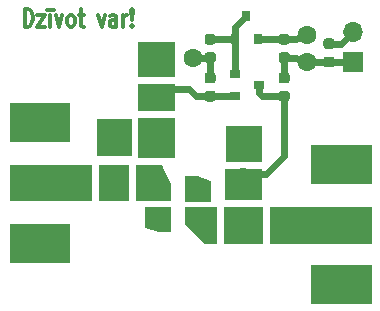
<source format=gbr>
%TF.GenerationSoftware,KiCad,Pcbnew,(5.1.8)-1*%
%TF.CreationDate,2020-12-30T02:41:06+02:00*%
%TF.ProjectId,LNA_434_MHz,4c4e415f-3433-4345-9f4d-487a2e6b6963,rev?*%
%TF.SameCoordinates,Original*%
%TF.FileFunction,Copper,L1,Top*%
%TF.FilePolarity,Positive*%
%FSLAX46Y46*%
G04 Gerber Fmt 4.6, Leading zero omitted, Abs format (unit mm)*
G04 Created by KiCad (PCBNEW (5.1.8)-1) date 2020-12-30 02:41:06*
%MOMM*%
%LPD*%
G01*
G04 APERTURE LIST*
%TA.AperFunction,NonConductor*%
%ADD10C,0.300000*%
%TD*%
%TA.AperFunction,SMDPad,CuDef*%
%ADD11R,5.080000X1.500000*%
%TD*%
%TA.AperFunction,ComponentPad*%
%ADD12R,1.700000X1.700000*%
%TD*%
%TA.AperFunction,ComponentPad*%
%ADD13O,1.700000X1.700000*%
%TD*%
%TA.AperFunction,SMDPad,CuDef*%
%ADD14R,0.650000X0.400000*%
%TD*%
%TA.AperFunction,SMDPad,CuDef*%
%ADD15R,0.800000X0.900000*%
%TD*%
%TA.AperFunction,SMDPad,CuDef*%
%ADD16R,0.900000X0.800000*%
%TD*%
%TA.AperFunction,ViaPad*%
%ADD17C,0.800000*%
%TD*%
%TA.AperFunction,ViaPad*%
%ADD18C,1.600000*%
%TD*%
%TA.AperFunction,Conductor*%
%ADD19C,0.600000*%
%TD*%
%TA.AperFunction,Conductor*%
%ADD20C,0.025400*%
%TD*%
%TA.AperFunction,Conductor*%
%ADD21C,0.100000*%
%TD*%
G04 APERTURE END LIST*
D10*
X103907142Y-119953571D02*
X103907142Y-118453571D01*
X104192857Y-118453571D01*
X104364285Y-118525000D01*
X104478571Y-118667857D01*
X104535714Y-118810714D01*
X104592857Y-119096428D01*
X104592857Y-119310714D01*
X104535714Y-119596428D01*
X104478571Y-119739285D01*
X104364285Y-119882142D01*
X104192857Y-119953571D01*
X103907142Y-119953571D01*
X104992857Y-118953571D02*
X105621428Y-118953571D01*
X104992857Y-119953571D01*
X105621428Y-119953571D01*
X106078571Y-119953571D02*
X106078571Y-118953571D01*
X105792857Y-118525000D02*
X106364285Y-118525000D01*
X106535714Y-118953571D02*
X106821428Y-119953571D01*
X107107142Y-118953571D01*
X107735714Y-119953571D02*
X107621428Y-119882142D01*
X107564285Y-119810714D01*
X107507142Y-119667857D01*
X107507142Y-119239285D01*
X107564285Y-119096428D01*
X107621428Y-119025000D01*
X107735714Y-118953571D01*
X107907142Y-118953571D01*
X108021428Y-119025000D01*
X108078571Y-119096428D01*
X108135714Y-119239285D01*
X108135714Y-119667857D01*
X108078571Y-119810714D01*
X108021428Y-119882142D01*
X107907142Y-119953571D01*
X107735714Y-119953571D01*
X108478571Y-118953571D02*
X108935714Y-118953571D01*
X108650000Y-118453571D02*
X108650000Y-119739285D01*
X108707142Y-119882142D01*
X108821428Y-119953571D01*
X108935714Y-119953571D01*
X110135714Y-118953571D02*
X110421428Y-119953571D01*
X110707142Y-118953571D01*
X111678571Y-119953571D02*
X111678571Y-119167857D01*
X111621428Y-119025000D01*
X111507142Y-118953571D01*
X111278571Y-118953571D01*
X111164285Y-119025000D01*
X111678571Y-119882142D02*
X111564285Y-119953571D01*
X111278571Y-119953571D01*
X111164285Y-119882142D01*
X111107142Y-119739285D01*
X111107142Y-119596428D01*
X111164285Y-119453571D01*
X111278571Y-119382142D01*
X111564285Y-119382142D01*
X111678571Y-119310714D01*
X112250000Y-119953571D02*
X112250000Y-118953571D01*
X112250000Y-119239285D02*
X112307142Y-119096428D01*
X112364285Y-119025000D01*
X112478571Y-118953571D01*
X112592857Y-118953571D01*
X112992857Y-119810714D02*
X113050000Y-119882142D01*
X112992857Y-119953571D01*
X112935714Y-119882142D01*
X112992857Y-119810714D01*
X112992857Y-119953571D01*
X112992857Y-119382142D02*
X112935714Y-118525000D01*
X112992857Y-118453571D01*
X113050000Y-118525000D01*
X112992857Y-119382142D01*
X112992857Y-118453571D01*
D11*
%TO.P,J3,1*%
%TO.N,Net-(C7-Pad2)*%
X130675000Y-136675000D03*
%TO.P,J3,2*%
%TO.N,GNDREF*%
X130675000Y-132425000D03*
X130675000Y-140925000D03*
%TD*%
%TO.P,L2,1*%
%TO.N,Net-(L1-Pad2)*%
%TA.AperFunction,SMDPad,CuDef*%
G36*
G01*
X115300000Y-132555000D02*
X114800000Y-132555000D01*
G75*
G02*
X114575000Y-132330000I0J225000D01*
G01*
X114575000Y-131880000D01*
G75*
G02*
X114800000Y-131655000I225000J0D01*
G01*
X115300000Y-131655000D01*
G75*
G02*
X115525000Y-131880000I0J-225000D01*
G01*
X115525000Y-132330000D01*
G75*
G02*
X115300000Y-132555000I-225000J0D01*
G01*
G37*
%TD.AperFunction*%
%TO.P,L2,2*%
%TO.N,Net-(C4-Pad1)*%
%TA.AperFunction,SMDPad,CuDef*%
G36*
G01*
X115300000Y-131005000D02*
X114800000Y-131005000D01*
G75*
G02*
X114575000Y-130780000I0J225000D01*
G01*
X114575000Y-130330000D01*
G75*
G02*
X114800000Y-130105000I225000J0D01*
G01*
X115300000Y-130105000D01*
G75*
G02*
X115525000Y-130330000I0J-225000D01*
G01*
X115525000Y-130780000D01*
G75*
G02*
X115300000Y-131005000I-225000J0D01*
G01*
G37*
%TD.AperFunction*%
%TD*%
%TO.P,C1,2*%
%TO.N,Net-(C1-Pad2)*%
%TA.AperFunction,SMDPad,CuDef*%
G36*
G01*
X110175000Y-133410000D02*
X110175000Y-132910000D01*
G75*
G02*
X110400000Y-132685000I225000J0D01*
G01*
X110850000Y-132685000D01*
G75*
G02*
X111075000Y-132910000I0J-225000D01*
G01*
X111075000Y-133410000D01*
G75*
G02*
X110850000Y-133635000I-225000J0D01*
G01*
X110400000Y-133635000D01*
G75*
G02*
X110175000Y-133410000I0J225000D01*
G01*
G37*
%TD.AperFunction*%
%TO.P,C1,1*%
%TO.N,Net-(C1-Pad1)*%
%TA.AperFunction,SMDPad,CuDef*%
G36*
G01*
X108625000Y-133410000D02*
X108625000Y-132910000D01*
G75*
G02*
X108850000Y-132685000I225000J0D01*
G01*
X109300000Y-132685000D01*
G75*
G02*
X109525000Y-132910000I0J-225000D01*
G01*
X109525000Y-133410000D01*
G75*
G02*
X109300000Y-133635000I-225000J0D01*
G01*
X108850000Y-133635000D01*
G75*
G02*
X108625000Y-133410000I0J225000D01*
G01*
G37*
%TD.AperFunction*%
%TD*%
%TO.P,C2,1*%
%TO.N,GNDREF*%
%TA.AperFunction,SMDPad,CuDef*%
G36*
G01*
X113775000Y-123250000D02*
X114275000Y-123250000D01*
G75*
G02*
X114500000Y-123475000I0J-225000D01*
G01*
X114500000Y-123925000D01*
G75*
G02*
X114275000Y-124150000I-225000J0D01*
G01*
X113775000Y-124150000D01*
G75*
G02*
X113550000Y-123925000I0J225000D01*
G01*
X113550000Y-123475000D01*
G75*
G02*
X113775000Y-123250000I225000J0D01*
G01*
G37*
%TD.AperFunction*%
%TO.P,C2,2*%
%TO.N,Net-(C2-Pad2)*%
%TA.AperFunction,SMDPad,CuDef*%
G36*
G01*
X113775000Y-124800000D02*
X114275000Y-124800000D01*
G75*
G02*
X114500000Y-125025000I0J-225000D01*
G01*
X114500000Y-125475000D01*
G75*
G02*
X114275000Y-125700000I-225000J0D01*
G01*
X113775000Y-125700000D01*
G75*
G02*
X113550000Y-125475000I0J225000D01*
G01*
X113550000Y-125025000D01*
G75*
G02*
X113775000Y-124800000I225000J0D01*
G01*
G37*
%TD.AperFunction*%
%TD*%
%TO.P,C3,1*%
%TO.N,Net-(C2-Pad2)*%
%TA.AperFunction,SMDPad,CuDef*%
G36*
G01*
X116300000Y-125700000D02*
X115800000Y-125700000D01*
G75*
G02*
X115575000Y-125475000I0J225000D01*
G01*
X115575000Y-125025000D01*
G75*
G02*
X115800000Y-124800000I225000J0D01*
G01*
X116300000Y-124800000D01*
G75*
G02*
X116525000Y-125025000I0J-225000D01*
G01*
X116525000Y-125475000D01*
G75*
G02*
X116300000Y-125700000I-225000J0D01*
G01*
G37*
%TD.AperFunction*%
%TO.P,C3,2*%
%TO.N,GNDREF*%
%TA.AperFunction,SMDPad,CuDef*%
G36*
G01*
X116300000Y-124150000D02*
X115800000Y-124150000D01*
G75*
G02*
X115575000Y-123925000I0J225000D01*
G01*
X115575000Y-123475000D01*
G75*
G02*
X115800000Y-123250000I225000J0D01*
G01*
X116300000Y-123250000D01*
G75*
G02*
X116525000Y-123475000I0J-225000D01*
G01*
X116525000Y-123925000D01*
G75*
G02*
X116300000Y-124150000I-225000J0D01*
G01*
G37*
%TD.AperFunction*%
%TD*%
%TO.P,C4,2*%
%TO.N,GNDREF*%
%TA.AperFunction,SMDPad,CuDef*%
G36*
G01*
X112875000Y-129075000D02*
X112875000Y-129575000D01*
G75*
G02*
X112650000Y-129800000I-225000J0D01*
G01*
X112200000Y-129800000D01*
G75*
G02*
X111975000Y-129575000I0J225000D01*
G01*
X111975000Y-129075000D01*
G75*
G02*
X112200000Y-128850000I225000J0D01*
G01*
X112650000Y-128850000D01*
G75*
G02*
X112875000Y-129075000I0J-225000D01*
G01*
G37*
%TD.AperFunction*%
%TO.P,C4,1*%
%TO.N,Net-(C4-Pad1)*%
%TA.AperFunction,SMDPad,CuDef*%
G36*
G01*
X114425000Y-129075000D02*
X114425000Y-129575000D01*
G75*
G02*
X114200000Y-129800000I-225000J0D01*
G01*
X113750000Y-129800000D01*
G75*
G02*
X113525000Y-129575000I0J225000D01*
G01*
X113525000Y-129075000D01*
G75*
G02*
X113750000Y-128850000I225000J0D01*
G01*
X114200000Y-128850000D01*
G75*
G02*
X114425000Y-129075000I0J-225000D01*
G01*
G37*
%TD.AperFunction*%
%TD*%
%TO.P,C5,2*%
%TO.N,GNDREF*%
%TA.AperFunction,SMDPad,CuDef*%
G36*
G01*
X129930000Y-121845000D02*
X129430000Y-121845000D01*
G75*
G02*
X129205000Y-121620000I0J225000D01*
G01*
X129205000Y-121170000D01*
G75*
G02*
X129430000Y-120945000I225000J0D01*
G01*
X129930000Y-120945000D01*
G75*
G02*
X130155000Y-121170000I0J-225000D01*
G01*
X130155000Y-121620000D01*
G75*
G02*
X129930000Y-121845000I-225000J0D01*
G01*
G37*
%TD.AperFunction*%
%TO.P,C5,1*%
%TO.N,Net-(C5-Pad1)*%
%TA.AperFunction,SMDPad,CuDef*%
G36*
G01*
X129930000Y-123395000D02*
X129430000Y-123395000D01*
G75*
G02*
X129205000Y-123170000I0J225000D01*
G01*
X129205000Y-122720000D01*
G75*
G02*
X129430000Y-122495000I225000J0D01*
G01*
X129930000Y-122495000D01*
G75*
G02*
X130155000Y-122720000I0J-225000D01*
G01*
X130155000Y-123170000D01*
G75*
G02*
X129930000Y-123395000I-225000J0D01*
G01*
G37*
%TD.AperFunction*%
%TD*%
%TO.P,C6,1*%
%TO.N,Net-(C6-Pad1)*%
%TA.AperFunction,SMDPad,CuDef*%
G36*
G01*
X122650000Y-132850000D02*
X122150000Y-132850000D01*
G75*
G02*
X121925000Y-132625000I0J225000D01*
G01*
X121925000Y-132175000D01*
G75*
G02*
X122150000Y-131950000I225000J0D01*
G01*
X122650000Y-131950000D01*
G75*
G02*
X122875000Y-132175000I0J-225000D01*
G01*
X122875000Y-132625000D01*
G75*
G02*
X122650000Y-132850000I-225000J0D01*
G01*
G37*
%TD.AperFunction*%
%TO.P,C6,2*%
%TO.N,GNDREF*%
%TA.AperFunction,SMDPad,CuDef*%
G36*
G01*
X122650000Y-131300000D02*
X122150000Y-131300000D01*
G75*
G02*
X121925000Y-131075000I0J225000D01*
G01*
X121925000Y-130625000D01*
G75*
G02*
X122150000Y-130400000I225000J0D01*
G01*
X122650000Y-130400000D01*
G75*
G02*
X122875000Y-130625000I0J-225000D01*
G01*
X122875000Y-131075000D01*
G75*
G02*
X122650000Y-131300000I-225000J0D01*
G01*
G37*
%TD.AperFunction*%
%TD*%
%TO.P,C7,2*%
%TO.N,Net-(C7-Pad2)*%
%TA.AperFunction,SMDPad,CuDef*%
G36*
G01*
X124675000Y-136975000D02*
X124675000Y-136475000D01*
G75*
G02*
X124900000Y-136250000I225000J0D01*
G01*
X125350000Y-136250000D01*
G75*
G02*
X125575000Y-136475000I0J-225000D01*
G01*
X125575000Y-136975000D01*
G75*
G02*
X125350000Y-137200000I-225000J0D01*
G01*
X124900000Y-137200000D01*
G75*
G02*
X124675000Y-136975000I0J225000D01*
G01*
G37*
%TD.AperFunction*%
%TO.P,C7,1*%
%TO.N,Net-(C7-Pad1)*%
%TA.AperFunction,SMDPad,CuDef*%
G36*
G01*
X123125000Y-136975000D02*
X123125000Y-136475000D01*
G75*
G02*
X123350000Y-136250000I225000J0D01*
G01*
X123800000Y-136250000D01*
G75*
G02*
X124025000Y-136475000I0J-225000D01*
G01*
X124025000Y-136975000D01*
G75*
G02*
X123800000Y-137200000I-225000J0D01*
G01*
X123350000Y-137200000D01*
G75*
G02*
X123125000Y-136975000I0J225000D01*
G01*
G37*
%TD.AperFunction*%
%TD*%
%TO.P,J1,2*%
%TO.N,GNDREF*%
X105170000Y-128920000D03*
X105170000Y-137420000D03*
%TO.P,J1,1*%
%TO.N,Net-(C1-Pad1)*%
X105170000Y-133170000D03*
%TD*%
D12*
%TO.P,J2,1*%
%TO.N,Net-(C5-Pad1)*%
X131670000Y-122950000D03*
D13*
%TO.P,J2,2*%
%TO.N,GNDREF*%
X131670000Y-120410000D03*
%TD*%
%TO.P,L1,2*%
%TO.N,Net-(L1-Pad2)*%
%TA.AperFunction,SMDPad,CuDef*%
G36*
G01*
X113325000Y-133410000D02*
X113325000Y-132910000D01*
G75*
G02*
X113550000Y-132685000I225000J0D01*
G01*
X114000000Y-132685000D01*
G75*
G02*
X114225000Y-132910000I0J-225000D01*
G01*
X114225000Y-133410000D01*
G75*
G02*
X114000000Y-133635000I-225000J0D01*
G01*
X113550000Y-133635000D01*
G75*
G02*
X113325000Y-133410000I0J225000D01*
G01*
G37*
%TD.AperFunction*%
%TO.P,L1,1*%
%TO.N,Net-(C1-Pad2)*%
%TA.AperFunction,SMDPad,CuDef*%
G36*
G01*
X111775000Y-133410000D02*
X111775000Y-132910000D01*
G75*
G02*
X112000000Y-132685000I225000J0D01*
G01*
X112450000Y-132685000D01*
G75*
G02*
X112675000Y-132910000I0J-225000D01*
G01*
X112675000Y-133410000D01*
G75*
G02*
X112450000Y-133635000I-225000J0D01*
G01*
X112000000Y-133635000D01*
G75*
G02*
X111775000Y-133410000I0J225000D01*
G01*
G37*
%TD.AperFunction*%
%TD*%
%TO.P,L3,2*%
%TO.N,Net-(C7-Pad1)*%
%TA.AperFunction,SMDPad,CuDef*%
G36*
G01*
X122150000Y-135200000D02*
X122650000Y-135200000D01*
G75*
G02*
X122875000Y-135425000I0J-225000D01*
G01*
X122875000Y-135875000D01*
G75*
G02*
X122650000Y-136100000I-225000J0D01*
G01*
X122150000Y-136100000D01*
G75*
G02*
X121925000Y-135875000I0J225000D01*
G01*
X121925000Y-135425000D01*
G75*
G02*
X122150000Y-135200000I225000J0D01*
G01*
G37*
%TD.AperFunction*%
%TO.P,L3,1*%
%TO.N,Net-(C6-Pad1)*%
%TA.AperFunction,SMDPad,CuDef*%
G36*
G01*
X122150000Y-133650000D02*
X122650000Y-133650000D01*
G75*
G02*
X122875000Y-133875000I0J-225000D01*
G01*
X122875000Y-134325000D01*
G75*
G02*
X122650000Y-134550000I-225000J0D01*
G01*
X122150000Y-134550000D01*
G75*
G02*
X121925000Y-134325000I0J225000D01*
G01*
X121925000Y-133875000D01*
G75*
G02*
X122150000Y-133650000I225000J0D01*
G01*
G37*
%TD.AperFunction*%
%TD*%
D14*
%TO.P,Q3,1*%
%TO.N,Net-(Q3-Pad1)*%
X117800000Y-135600000D03*
%TO.P,Q3,2*%
%TO.N,GNDREF*%
X117800000Y-134300000D03*
%TO.P,Q3,3*%
%TO.N,Net-(L1-Pad2)*%
X115900000Y-134300000D03*
%TO.P,Q3,4*%
%TO.N,GNDREF*%
X115900000Y-135600000D03*
%TD*%
%TO.P,R1,2*%
%TO.N,Net-(Q1-Pad1)*%
%TA.AperFunction,SMDPad,CuDef*%
G36*
G01*
X119865000Y-121470000D02*
X119365000Y-121470000D01*
G75*
G02*
X119140000Y-121245000I0J225000D01*
G01*
X119140000Y-120795000D01*
G75*
G02*
X119365000Y-120570000I225000J0D01*
G01*
X119865000Y-120570000D01*
G75*
G02*
X120090000Y-120795000I0J-225000D01*
G01*
X120090000Y-121245000D01*
G75*
G02*
X119865000Y-121470000I-225000J0D01*
G01*
G37*
%TD.AperFunction*%
%TO.P,R1,1*%
%TO.N,GNDREF*%
%TA.AperFunction,SMDPad,CuDef*%
G36*
G01*
X119865000Y-123020000D02*
X119365000Y-123020000D01*
G75*
G02*
X119140000Y-122795000I0J225000D01*
G01*
X119140000Y-122345000D01*
G75*
G02*
X119365000Y-122120000I225000J0D01*
G01*
X119865000Y-122120000D01*
G75*
G02*
X120090000Y-122345000I0J-225000D01*
G01*
X120090000Y-122795000D01*
G75*
G02*
X119865000Y-123020000I-225000J0D01*
G01*
G37*
%TD.AperFunction*%
%TD*%
%TO.P,R2,1*%
%TO.N,GNDREF*%
%TA.AperFunction,SMDPad,CuDef*%
G36*
G01*
X119365000Y-123845000D02*
X119865000Y-123845000D01*
G75*
G02*
X120090000Y-124070000I0J-225000D01*
G01*
X120090000Y-124520000D01*
G75*
G02*
X119865000Y-124745000I-225000J0D01*
G01*
X119365000Y-124745000D01*
G75*
G02*
X119140000Y-124520000I0J225000D01*
G01*
X119140000Y-124070000D01*
G75*
G02*
X119365000Y-123845000I225000J0D01*
G01*
G37*
%TD.AperFunction*%
%TO.P,R2,2*%
%TO.N,Net-(C2-Pad2)*%
%TA.AperFunction,SMDPad,CuDef*%
G36*
G01*
X119365000Y-125395000D02*
X119865000Y-125395000D01*
G75*
G02*
X120090000Y-125620000I0J-225000D01*
G01*
X120090000Y-126070000D01*
G75*
G02*
X119865000Y-126295000I-225000J0D01*
G01*
X119365000Y-126295000D01*
G75*
G02*
X119140000Y-126070000I0J225000D01*
G01*
X119140000Y-125620000D01*
G75*
G02*
X119365000Y-125395000I225000J0D01*
G01*
G37*
%TD.AperFunction*%
%TD*%
%TO.P,R3,2*%
%TO.N,Net-(C4-Pad1)*%
%TA.AperFunction,SMDPad,CuDef*%
G36*
G01*
X114790000Y-127650000D02*
X115290000Y-127650000D01*
G75*
G02*
X115515000Y-127875000I0J-225000D01*
G01*
X115515000Y-128325000D01*
G75*
G02*
X115290000Y-128550000I-225000J0D01*
G01*
X114790000Y-128550000D01*
G75*
G02*
X114565000Y-128325000I0J225000D01*
G01*
X114565000Y-127875000D01*
G75*
G02*
X114790000Y-127650000I225000J0D01*
G01*
G37*
%TD.AperFunction*%
%TO.P,R3,1*%
%TO.N,Net-(C2-Pad2)*%
%TA.AperFunction,SMDPad,CuDef*%
G36*
G01*
X114790000Y-126100000D02*
X115290000Y-126100000D01*
G75*
G02*
X115515000Y-126325000I0J-225000D01*
G01*
X115515000Y-126775000D01*
G75*
G02*
X115290000Y-127000000I-225000J0D01*
G01*
X114790000Y-127000000D01*
G75*
G02*
X114565000Y-126775000I0J225000D01*
G01*
X114565000Y-126325000D01*
G75*
G02*
X114790000Y-126100000I225000J0D01*
G01*
G37*
%TD.AperFunction*%
%TD*%
%TO.P,R4,2*%
%TO.N,Net-(C5-Pad1)*%
%TA.AperFunction,SMDPad,CuDef*%
G36*
G01*
X125625000Y-122120000D02*
X126125000Y-122120000D01*
G75*
G02*
X126350000Y-122345000I0J-225000D01*
G01*
X126350000Y-122795000D01*
G75*
G02*
X126125000Y-123020000I-225000J0D01*
G01*
X125625000Y-123020000D01*
G75*
G02*
X125400000Y-122795000I0J225000D01*
G01*
X125400000Y-122345000D01*
G75*
G02*
X125625000Y-122120000I225000J0D01*
G01*
G37*
%TD.AperFunction*%
%TO.P,R4,1*%
%TO.N,Net-(Q1-Pad2)*%
%TA.AperFunction,SMDPad,CuDef*%
G36*
G01*
X125625000Y-120570000D02*
X126125000Y-120570000D01*
G75*
G02*
X126350000Y-120795000I0J-225000D01*
G01*
X126350000Y-121245000D01*
G75*
G02*
X126125000Y-121470000I-225000J0D01*
G01*
X125625000Y-121470000D01*
G75*
G02*
X125400000Y-121245000I0J225000D01*
G01*
X125400000Y-120795000D01*
G75*
G02*
X125625000Y-120570000I225000J0D01*
G01*
G37*
%TD.AperFunction*%
%TD*%
%TO.P,R5,1*%
%TO.N,Net-(Q3-Pad1)*%
%TA.AperFunction,SMDPad,CuDef*%
G36*
G01*
X119225000Y-136975000D02*
X119225000Y-136475000D01*
G75*
G02*
X119450000Y-136250000I225000J0D01*
G01*
X119900000Y-136250000D01*
G75*
G02*
X120125000Y-136475000I0J-225000D01*
G01*
X120125000Y-136975000D01*
G75*
G02*
X119900000Y-137200000I-225000J0D01*
G01*
X119450000Y-137200000D01*
G75*
G02*
X119225000Y-136975000I0J225000D01*
G01*
G37*
%TD.AperFunction*%
%TO.P,R5,2*%
%TO.N,Net-(C7-Pad1)*%
%TA.AperFunction,SMDPad,CuDef*%
G36*
G01*
X120775000Y-136975000D02*
X120775000Y-136475000D01*
G75*
G02*
X121000000Y-136250000I225000J0D01*
G01*
X121450000Y-136250000D01*
G75*
G02*
X121675000Y-136475000I0J-225000D01*
G01*
X121675000Y-136975000D01*
G75*
G02*
X121450000Y-137200000I-225000J0D01*
G01*
X121000000Y-137200000D01*
G75*
G02*
X120775000Y-136975000I0J225000D01*
G01*
G37*
%TD.AperFunction*%
%TD*%
%TO.P,R6,1*%
%TO.N,Net-(C5-Pad1)*%
%TA.AperFunction,SMDPad,CuDef*%
G36*
G01*
X125625000Y-123845000D02*
X126125000Y-123845000D01*
G75*
G02*
X126350000Y-124070000I0J-225000D01*
G01*
X126350000Y-124520000D01*
G75*
G02*
X126125000Y-124745000I-225000J0D01*
G01*
X125625000Y-124745000D01*
G75*
G02*
X125400000Y-124520000I0J225000D01*
G01*
X125400000Y-124070000D01*
G75*
G02*
X125625000Y-123845000I225000J0D01*
G01*
G37*
%TD.AperFunction*%
%TO.P,R6,2*%
%TO.N,Net-(C6-Pad1)*%
%TA.AperFunction,SMDPad,CuDef*%
G36*
G01*
X125625000Y-125395000D02*
X126125000Y-125395000D01*
G75*
G02*
X126350000Y-125620000I0J-225000D01*
G01*
X126350000Y-126070000D01*
G75*
G02*
X126125000Y-126295000I-225000J0D01*
G01*
X125625000Y-126295000D01*
G75*
G02*
X125400000Y-126070000I0J225000D01*
G01*
X125400000Y-125620000D01*
G75*
G02*
X125625000Y-125395000I225000J0D01*
G01*
G37*
%TD.AperFunction*%
%TD*%
D15*
%TO.P,Q1,3*%
%TO.N,Net-(Q1-Pad1)*%
X122690000Y-119020000D03*
%TO.P,Q1,2*%
%TO.N,Net-(Q1-Pad2)*%
X123640000Y-121020000D03*
%TO.P,Q1,1*%
%TO.N,Net-(Q1-Pad1)*%
X121740000Y-121020000D03*
%TD*%
D16*
%TO.P,Q2,1*%
%TO.N,Net-(Q1-Pad1)*%
X121740000Y-123940000D03*
%TO.P,Q2,2*%
%TO.N,Net-(C2-Pad2)*%
X121740000Y-125840000D03*
%TO.P,Q2,3*%
%TO.N,Net-(C6-Pad1)*%
X123740000Y-124890000D03*
%TD*%
D17*
%TO.N,GNDREF*%
X114690000Y-135750000D03*
X115690000Y-136700000D03*
X118000000Y-133200000D03*
X103670000Y-139010000D03*
X106620000Y-139010000D03*
X103630000Y-127320000D03*
X106580000Y-127320000D03*
X132050000Y-142550000D03*
X132050000Y-130820000D03*
X129100000Y-142550000D03*
D18*
X118200000Y-122570000D03*
D17*
X129100000Y-130800000D03*
X111100000Y-128525000D03*
X116050000Y-122400000D03*
X123200000Y-129500000D03*
X119000000Y-134150000D03*
X121625000Y-129500000D03*
X111100000Y-130125000D03*
X114025000Y-122375000D03*
X105125000Y-127325000D03*
X105150000Y-139025000D03*
X130625000Y-142550000D03*
X130600000Y-130825000D03*
D18*
%TO.N,Net-(C5-Pad1)*%
X127775000Y-122945000D03*
%TO.N,Net-(Q1-Pad2)*%
X127775000Y-120670000D03*
%TD*%
D19*
%TO.N,GNDREF*%
X119615000Y-124295000D02*
X119615000Y-122570000D01*
X130685000Y-121395000D02*
X131670000Y-120410000D01*
X129680000Y-121395000D02*
X130685000Y-121395000D01*
X118200000Y-122570000D02*
X119615000Y-122570000D01*
%TO.N,Net-(C2-Pad2)*%
X119620000Y-125840000D02*
X119615000Y-125845000D01*
X121740000Y-125840000D02*
X119620000Y-125840000D01*
X117800000Y-125250000D02*
X116050000Y-125250000D01*
X118395000Y-125845000D02*
X117800000Y-125250000D01*
X119615000Y-125845000D02*
X118395000Y-125845000D01*
%TO.N,Net-(C5-Pad1)*%
X125875000Y-124295000D02*
X125875000Y-122570000D01*
X126875000Y-122570000D02*
X127775000Y-122945000D01*
X125875000Y-122570000D02*
X126875000Y-122570000D01*
X129685000Y-122950000D02*
X129680000Y-122945000D01*
X131670000Y-122950000D02*
X129685000Y-122950000D01*
X129680000Y-122945000D02*
X127775000Y-122945000D01*
%TO.N,Net-(C6-Pad1)*%
X123740000Y-124890000D02*
X123740000Y-125610000D01*
X123975000Y-125845000D02*
X125875000Y-125845000D01*
X123740000Y-125610000D02*
X123975000Y-125845000D01*
X125870000Y-125850000D02*
X125875000Y-125845000D01*
X125880000Y-125850000D02*
X125875000Y-125845000D01*
X122400000Y-132400000D02*
X124350000Y-132400000D01*
X125875000Y-130875000D02*
X125875000Y-125845000D01*
X124350000Y-132400000D02*
X125875000Y-130875000D01*
%TO.N,Net-(Q1-Pad1)*%
X121740000Y-121020000D02*
X119615000Y-121020000D01*
X121740000Y-119970000D02*
X122690000Y-119020000D01*
X121740000Y-121020000D02*
X121740000Y-119970000D01*
X121740000Y-123940000D02*
X121740000Y-121020000D01*
%TO.N,Net-(Q1-Pad2)*%
X126875000Y-121020000D02*
X127775000Y-120670000D01*
X125875000Y-121020000D02*
X126875000Y-121020000D01*
X123640000Y-121020000D02*
X125875000Y-121020000D01*
%TD*%
D20*
%TO.N,Net-(C7-Pad2)*%
X133212300Y-138237300D02*
X124687700Y-138237300D01*
X124687700Y-135212700D01*
X133212300Y-135212700D01*
X133212300Y-138237300D01*
%TA.AperFunction,Conductor*%
D21*
G36*
X133212300Y-138237300D02*
G01*
X124687700Y-138237300D01*
X124687700Y-135212700D01*
X133212300Y-135212700D01*
X133212300Y-138237300D01*
G37*
%TD.AperFunction*%
%TD*%
D20*
%TO.N,Net-(C7-Pad1)*%
X124012300Y-138237300D02*
X120787700Y-138237300D01*
X120787700Y-135212700D01*
X124012300Y-135212700D01*
X124012300Y-138237300D01*
%TA.AperFunction,Conductor*%
D21*
G36*
X124012300Y-138237300D02*
G01*
X120787700Y-138237300D01*
X120787700Y-135212700D01*
X124012300Y-135212700D01*
X124012300Y-138237300D01*
G37*
%TD.AperFunction*%
%TD*%
D20*
%TO.N,Net-(C1-Pad1)*%
X109517300Y-134657300D02*
X102637700Y-134657300D01*
X102637700Y-131662700D01*
X109517300Y-131662700D01*
X109517300Y-134657300D01*
%TA.AperFunction,Conductor*%
D21*
G36*
X109517300Y-134657300D02*
G01*
X102637700Y-134657300D01*
X102637700Y-131662700D01*
X109517300Y-131662700D01*
X109517300Y-134657300D01*
G37*
%TD.AperFunction*%
%TD*%
D20*
%TO.N,Net-(C1-Pad2)*%
X112662300Y-134657300D02*
X110187700Y-134657300D01*
X110187700Y-131662700D01*
X112662300Y-131662700D01*
X112662300Y-134657300D01*
%TA.AperFunction,Conductor*%
D21*
G36*
X112662300Y-134657300D02*
G01*
X110187700Y-134657300D01*
X110187700Y-131662700D01*
X112662300Y-131662700D01*
X112662300Y-134657300D01*
G37*
%TD.AperFunction*%
%TD*%
D20*
%TO.N,Net-(Q3-Pad1)*%
X120112300Y-138237300D02*
X119105260Y-138237300D01*
X117487700Y-136619740D01*
X117487700Y-135237700D01*
X120112300Y-135237700D01*
X120112300Y-138237300D01*
%TA.AperFunction,Conductor*%
D21*
G36*
X120112300Y-138237300D02*
G01*
X119105260Y-138237300D01*
X117487700Y-136619740D01*
X117487700Y-135237700D01*
X120112300Y-135237700D01*
X120112300Y-138237300D01*
G37*
%TD.AperFunction*%
%TD*%
D20*
%TO.N,Net-(L1-Pad2)*%
X115442004Y-131662681D02*
X116215878Y-133272894D01*
X116215878Y-134657300D01*
X113337700Y-134657300D01*
X113337700Y-131657730D01*
X115442004Y-131662681D01*
%TA.AperFunction,Conductor*%
D21*
G36*
X115442004Y-131662681D02*
G01*
X116215878Y-133272894D01*
X116215878Y-134657300D01*
X113337700Y-134657300D01*
X113337700Y-131657730D01*
X115442004Y-131662681D01*
G37*
%TD.AperFunction*%
%TD*%
D20*
%TO.N,Net-(C4-Pad1)*%
X116532636Y-130987300D02*
X113538036Y-130987300D01*
X113538036Y-127662700D01*
X116532636Y-127662700D01*
X116532636Y-130987300D01*
%TA.AperFunction,Conductor*%
D21*
G36*
X116532636Y-130987300D02*
G01*
X113538036Y-130987300D01*
X113538036Y-127662700D01*
X116532636Y-127662700D01*
X116532636Y-130987300D01*
G37*
%TD.AperFunction*%
%TD*%
D20*
%TO.N,GNDREF*%
X112875774Y-130807300D02*
X110051174Y-130807300D01*
X110051174Y-127812700D01*
X112875774Y-127812700D01*
X112875774Y-130807300D01*
%TA.AperFunction,Conductor*%
D21*
G36*
X112875774Y-130807300D02*
G01*
X110051174Y-130807300D01*
X110051174Y-127812700D01*
X112875774Y-127812700D01*
X112875774Y-130807300D01*
G37*
%TD.AperFunction*%
%TD*%
D20*
%TO.N,Net-(C2-Pad2)*%
X116537300Y-127001551D02*
X113542700Y-127001551D01*
X113542700Y-124812700D01*
X116537300Y-124812700D01*
X116537300Y-127001551D01*
%TA.AperFunction,Conductor*%
D21*
G36*
X116537300Y-127001551D02*
G01*
X113542700Y-127001551D01*
X113542700Y-124812700D01*
X116537300Y-124812700D01*
X116537300Y-127001551D01*
G37*
%TD.AperFunction*%
%TD*%
D20*
%TO.N,GNDREF*%
X116511094Y-124135009D02*
X113516494Y-124135009D01*
X113516494Y-121212700D01*
X116511094Y-121212700D01*
X116511094Y-124135009D01*
%TA.AperFunction,Conductor*%
D21*
G36*
X116511094Y-124135009D02*
G01*
X113516494Y-124135009D01*
X113516494Y-121212700D01*
X116511094Y-121212700D01*
X116511094Y-124135009D01*
G37*
%TD.AperFunction*%
%TD*%
D20*
%TO.N,GNDREF*%
X119587300Y-132986568D02*
X119587300Y-134689785D01*
X117487700Y-134687315D01*
X117487700Y-132612700D01*
X118497883Y-132612700D01*
X119587300Y-132986568D01*
%TA.AperFunction,Conductor*%
D21*
G36*
X119587300Y-132986568D02*
G01*
X119587300Y-134689785D01*
X117487700Y-134687315D01*
X117487700Y-132612700D01*
X118497883Y-132612700D01*
X119587300Y-132986568D01*
G37*
%TD.AperFunction*%
%TD*%
D20*
%TO.N,Net-(C6-Pad1)*%
X123889699Y-134562300D02*
X120895099Y-134562300D01*
X120896468Y-131964991D01*
X123891068Y-131964991D01*
X123889699Y-134562300D01*
%TA.AperFunction,Conductor*%
D21*
G36*
X123889699Y-134562300D02*
G01*
X120895099Y-134562300D01*
X120896468Y-131964991D01*
X123891068Y-131964991D01*
X123889699Y-134562300D01*
G37*
%TD.AperFunction*%
%TD*%
D20*
%TO.N,GNDREF*%
X123907300Y-131298959D02*
X120912700Y-131298959D01*
X120912700Y-128376650D01*
X123907300Y-128376650D01*
X123907300Y-131298959D01*
%TA.AperFunction,Conductor*%
D21*
G36*
X123907300Y-131298959D02*
G01*
X120912700Y-131298959D01*
X120912700Y-128376650D01*
X123907300Y-128376650D01*
X123907300Y-131298959D01*
G37*
%TD.AperFunction*%
%TD*%
D20*
%TO.N,GNDREF*%
X107692757Y-139887300D02*
X102637700Y-139887300D01*
X102637700Y-136667700D01*
X107687321Y-136667700D01*
X107692757Y-139887300D01*
%TA.AperFunction,Conductor*%
D21*
G36*
X107692757Y-139887300D02*
G01*
X102637700Y-139887300D01*
X102637700Y-136667700D01*
X107687321Y-136667700D01*
X107692757Y-139887300D01*
G37*
%TD.AperFunction*%
%TD*%
D20*
%TO.N,GNDREF*%
X107693528Y-129657300D02*
X102637700Y-129657300D01*
X102637700Y-126422700D01*
X107701073Y-126422700D01*
X107693528Y-129657300D01*
%TA.AperFunction,Conductor*%
D21*
G36*
X107693528Y-129657300D02*
G01*
X102637700Y-129657300D01*
X102637700Y-126422700D01*
X107701073Y-126422700D01*
X107693528Y-129657300D01*
G37*
%TD.AperFunction*%
%TD*%
D20*
%TO.N,GNDREF*%
X133204583Y-140170194D02*
X133210018Y-143349794D01*
X128135418Y-143347306D01*
X128129983Y-140167706D01*
X133204583Y-140170194D01*
%TA.AperFunction,Conductor*%
D21*
G36*
X133204583Y-140170194D02*
G01*
X133210018Y-143349794D01*
X128135418Y-143347306D01*
X128129983Y-140167706D01*
X133204583Y-140170194D01*
G37*
%TD.AperFunction*%
%TD*%
D20*
%TO.N,GNDREF*%
X133212301Y-130134538D02*
X133205203Y-133177300D01*
X128128928Y-133177300D01*
X128136473Y-129942700D01*
X133212301Y-129942700D01*
X133212301Y-130134538D01*
%TA.AperFunction,Conductor*%
D21*
G36*
X133212301Y-130134538D02*
G01*
X133205203Y-133177300D01*
X128128928Y-133177300D01*
X128136473Y-129942700D01*
X133212301Y-129942700D01*
X133212301Y-130134538D01*
G37*
%TD.AperFunction*%
%TD*%
D20*
%TO.N,GNDREF*%
X116202300Y-135212685D02*
X116202300Y-137287300D01*
X115192117Y-137287300D01*
X114102700Y-136913432D01*
X114102700Y-135210215D01*
X116202300Y-135212685D01*
%TA.AperFunction,Conductor*%
D21*
G36*
X116202300Y-135212685D02*
G01*
X116202300Y-137287300D01*
X115192117Y-137287300D01*
X114102700Y-136913432D01*
X114102700Y-135210215D01*
X116202300Y-135212685D01*
G37*
%TD.AperFunction*%
%TD*%
M02*

</source>
